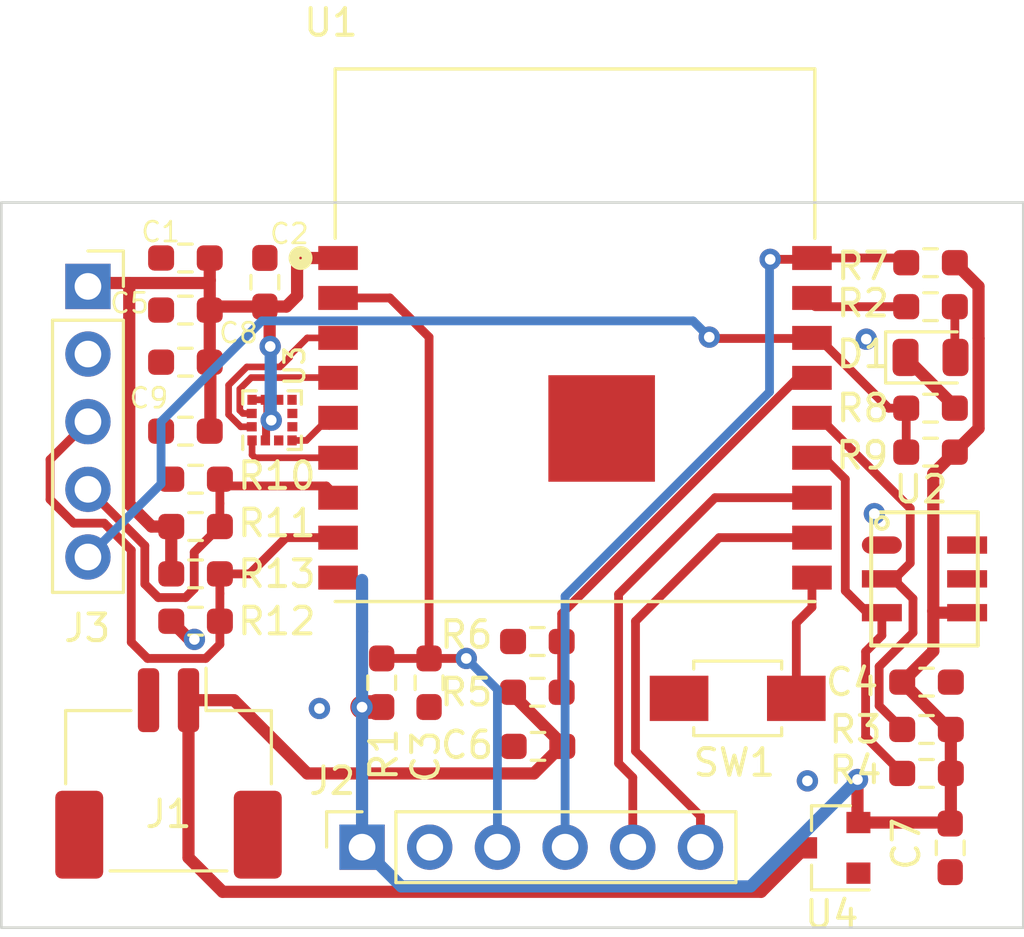
<source format=kicad_pcb>
(kicad_pcb (version 20210623) (generator pcbnew)
  (layers (0 "F.Cu" signal) (31 "B.Cu" signal) (34 "B.Paste" user) (35 "F.Paste" user) (36 "B.SilkS" user "B.Silkscreen") (37 "F.SilkS" user "F.Silkscreen") (38 "B.Mask" user) (39 "F.Mask" user) (44 "Edge.Cuts" user))
  (net 0 "")
  (net 1 "3.3V")
  (net 2 "GND")
  (net 3 "EN")
  (net 4 "Net-(D1-Pad2)")
  (net 5 "RXD")
  (net 6 "TXD")
  (net 7 "IO0")
  (net 8 "IO2")
  (net 9 "IO8")
  (net 10 "IO9")
  (net 11 "LED")
  (net 12 "SDA_AHT10")
  (net 13 "SCL_AHT10")
  (net 14 "ADC")
  (net 15 "INT")
  (net 16 "SDA")
  (net 17 "SCL")
  (net 18 "INT1")
  (net 19 "INT2")
  (net 21 "V_In")
  (footprint "Resistor_SMD:R_0603_1608Metric_Pad0.98x0.95mm_HandSolder" (layer "F.Cu") (at 75.692 90.424 180)
    (fp_text reference "R4" (at 2.667 0.127) (layer "F.SilkS"))
    (fp_text value "10k" hide)
    (fp_line (start -0.254724 0.5225) (end 0.254724 0.5225) (layer "F.SilkS") (width 0.12))
    (fp_line (start -0.254724 -0.5225) (end 0.254724 -0.5225) (layer "F.SilkS") (width 0.12))
    (pad "1" smd roundrect locked (at -0.9125 0 180) (size 0.975 0.95) (layers "F.Cu" "F.Paste" "F.Mask") (net 1 "3.3V"))
    (pad "2" smd roundrect locked (at 0.9125 0 180) (size 0.975 0.95) (layers "F.Cu" "F.Paste" "F.Mask") (net 13 "SCL_AHT10"))
  )
  (footprint "Package_TO_SOT_SMD:SOT-23" (layer "F.Cu") (at 72.136 93.218 180)
    (fp_text reference "U4" (at 0 -2.5 180) (layer "F.SilkS"))
    (fp_text value "HX6306")
    (fp_line (start 0.76 1.58) (end 0.76 0.65) (layer "F.SilkS") (width 0.12))
    (fp_line (start 0.76 -1.58) (end 0.76 -0.65) (layer "F.SilkS") (width 0.12))
    (fp_line (start 0.76 -1.58) (end -1.4 -1.58) (layer "F.SilkS") (width 0.12))
    (fp_line (start 0.76 1.58) (end -0.7 1.58) (layer "F.SilkS") (width 0.12))
    (pad "1" smd rect locked (at -1 -0.95 180) (size 0.9 0.8) (layers "F.Cu" "F.Paste" "F.Mask") (net 2 "GND"))
    (pad "2" smd rect locked (at -1 0.95 180) (size 0.9 0.8) (layers "F.Cu" "F.Paste" "F.Mask") (net 1 "3.3V"))
    (pad "3" smd rect locked (at 1 0 180) (size 0.9 0.8) (layers "F.Cu" "F.Paste" "F.Mask") (net 21 "V_In"))
  )
  (footprint "Resistor_SMD:R_0603_1608Metric_Pad0.98x0.95mm_HandSolder" (layer "F.Cu") (at 75.84249 72.898)
    (fp_text reference "R2" (at -2.54 -0.127) (layer "F.SilkS"))
    (fp_text value "10k" hide)
    (fp_line (start -0.254724 -0.5225) (end 0.254724 -0.5225) (layer "F.SilkS") (width 0.12))
    (fp_line (start -0.254724 0.5225) (end 0.254724 0.5225) (layer "F.SilkS") (width 0.12))
    (pad "1" smd roundrect locked (at -0.9125 0) (size 0.975 0.95) (layers "F.Cu" "F.Paste" "F.Mask") (net 11 "LED"))
    (pad "2" smd roundrect locked (at 0.9125 0) (size 0.975 0.95) (layers "F.Cu" "F.Paste" "F.Mask") (net 4 "Net-(D1-Pad2)"))
  )
  (footprint "Resistor_SMD:R_0603_1608Metric_Pad0.98x0.95mm_HandSolder" (layer "F.Cu") (at 48.26 84.709 180)
    (fp_text reference "R12" (at -3.048 0) (layer "F.SilkS"))
    (fp_text value "100k" hide)
    (fp_line (start -0.254724 0.5225) (end 0.254724 0.5225) (layer "F.SilkS") (width 0.12))
    (fp_line (start -0.254724 -0.5225) (end 0.254724 -0.5225) (layer "F.SilkS") (width 0.12))
    (pad "1" smd roundrect locked (at -0.9125 0 180) (size 0.975 0.95) (layers "F.Cu" "F.Paste" "F.Mask") (net 10 "IO9"))
    (pad "2" smd roundrect locked (at 0.9125 0 180) (size 0.975 0.95) (layers "F.Cu" "F.Paste" "F.Mask") (net 2 "GND"))
  )
  (footprint "Resistor_SMD:R_0603_1608Metric_Pad0.98x0.95mm_HandSolder" (layer "F.Cu") (at 47.879 73.025 180)
    (fp_text reference "C5" (at 2.099 0.262) (layer "F.SilkS") (effects (font (size 0.746 0.746) (thickness 0.0992))))
    (fp_text value "10uF" hide)
    (fp_line (start -0.254724 -0.5225) (end 0.254724 -0.5225) (layer "F.SilkS") (width 0.12))
    (fp_line (start -0.254724 0.5225) (end 0.254724 0.5225) (layer "F.SilkS") (width 0.12))
    (pad "1" smd roundrect locked (at -0.9125 0 180) (size 0.975 0.95) (layers "F.Cu" "F.Paste" "F.Mask") (net 1 "3.3V"))
    (pad "2" smd roundrect locked (at 0.9125 0 180) (size 0.975 0.95) (layers "F.Cu" "F.Paste" "F.Mask") (net 2 "GND"))
  )
  (footprint "Resistor_SMD:R_0603_1608Metric_Pad0.98x0.95mm_HandSolder" (layer "F.Cu") (at 55.245 87.0185 90)
    (fp_text reference "R1" (at -2.6943 0.0762 270) (layer "F.SilkS"))
    (fp_text value "12k" hide)
    (fp_line (start -0.254724 0.5225) (end 0.254724 0.5225) (layer "F.SilkS") (width 0.12))
    (fp_line (start -0.254724 -0.5225) (end 0.254724 -0.5225) (layer "F.SilkS") (width 0.12))
    (pad "1" smd roundrect locked (at -0.9125 0 90) (size 0.975 0.95) (layers "F.Cu" "F.Paste" "F.Mask") (net 1 "3.3V"))
    (pad "2" smd roundrect locked (at 0.9125 0 90) (size 0.975 0.95) (layers "F.Cu" "F.Paste" "F.Mask") (net 3 "EN"))
  )
  (footprint "Resistor_SMD:R_0603_1608Metric_Pad0.98x0.95mm_HandSolder" (layer "F.Cu") (at 75.842495 76.708)
    (fp_text reference "R8" (at -2.54 0) (layer "F.SilkS"))
    (fp_text value "100k" hide)
    (fp_line (start -0.254724 -0.5225) (end 0.254724 -0.5225) (layer "F.SilkS") (width 0.12))
    (fp_line (start -0.254724 0.5225) (end 0.254724 0.5225) (layer "F.SilkS") (width 0.12))
    (pad "1" smd roundrect locked (at -0.9125 0) (size 0.975 0.95) (layers "F.Cu" "F.Paste" "F.Mask") (net 8 "IO2"))
    (pad "2" smd roundrect locked (at 0.9125 0) (size 0.975 0.95) (layers "F.Cu" "F.Paste" "F.Mask") (net 2 "GND"))
  )
  (footprint "Resistor_SMD:R_0603_1608Metric_Pad0.98x0.95mm_HandSolder" (layer "F.Cu") (at 50.86 71.98 90)
    (fp_text reference "C2" (at 1.82 0.92 180) (layer "F.SilkS") (effects (font (size 0.746 0.746) (thickness 0.0992))))
    (fp_text value "0.1uF" hide)
    (fp_line (start -0.254724 -0.5225) (end 0.254724 -0.5225) (layer "F.SilkS") (width 0.12))
    (fp_line (start -0.254724 0.5225) (end 0.254724 0.5225) (layer "F.SilkS") (width 0.12))
    (pad "1" smd roundrect locked (at -0.9125 0 90) (size 0.975 0.95) (layers "F.Cu" "F.Paste" "F.Mask") (net 1 "3.3V"))
    (pad "2" smd roundrect locked (at 0.9125 0 90) (size 0.975 0.95) (layers "F.Cu" "F.Paste" "F.Mask") (net 2 "GND"))
  )
  (footprint "Resistor_SMD:R_0603_1608Metric_Pad0.98x0.95mm_HandSolder" (layer "F.Cu") (at 75.84249 71.247)
    (fp_text reference "R7" (at -2.54 0.127) (layer "F.SilkS"))
    (fp_text value "5.1k" hide)
    (fp_line (start -0.254724 -0.5225) (end 0.254724 -0.5225) (layer "F.SilkS") (width 0.12))
    (fp_line (start -0.254724 0.5225) (end 0.254724 0.5225) (layer "F.SilkS") (width 0.12))
    (pad "1" smd roundrect locked (at -0.9125 0) (size 0.975 0.95) (layers "F.Cu" "F.Paste" "F.Mask") (net 7 "IO0"))
    (pad "2" smd roundrect locked (at 0.9125 0) (size 0.975 0.95) (layers "F.Cu" "F.Paste" "F.Mask") (net 1 "3.3V"))
  )
  (footprint "LED_SMD:LED_0805_2012Metric" (layer "F.Cu") (at 75.84249 74.803)
    (fp_text reference "D1" (at -2.54 -0.127) (layer "F.SilkS"))
    (fp_text value "LED_RED" hide)
    (fp_line (start -1.685 -0.96) (end -1.685 0.96) (layer "F.SilkS") (width 0.12))
    (fp_line (start 1 -0.96) (end -1.685 -0.96) (layer "F.SilkS") (width 0.12))
    (fp_line (start -1.685 0.96) (end 1 0.96) (layer "F.SilkS") (width 0.12))
    (pad "1" smd roundrect locked (at -0.9375 0) (size 0.975 1.4) (layers "F.Cu" "F.Paste" "F.Mask") (net 2 "GND"))
    (pad "2" smd roundrect locked (at 0.9375 0) (size 0.975 1.4) (layers "F.Cu" "F.Paste" "F.Mask") (net 4 "Net-(D1-Pad2)"))
  )
  (footprint "Resistor_SMD:R_0603_1608Metric_Pad0.98x0.95mm_HandSolder" (layer "F.Cu") (at 75.692 86.995)
    (fp_text reference "C4" (at -2.794 0) (layer "F.SilkS"))
    (fp_text value "100nF" hide)
    (fp_line (start -0.254724 0.5225) (end 0.254724 0.5225) (layer "F.SilkS") (width 0.12))
    (fp_line (start -0.254724 -0.5225) (end 0.254724 -0.5225) (layer "F.SilkS") (width 0.12))
    (pad "1" smd roundrect locked (at -0.9125 0) (size 0.975 0.95) (layers "F.Cu" "F.Paste" "F.Mask") (net 1 "3.3V"))
    (pad "2" smd roundrect locked (at 0.9125 0) (size 0.975 0.95) (layers "F.Cu" "F.Paste" "F.Mask") (net 2 "GND"))
  )
  (footprint "Resistor_SMD:R_0603_1608Metric_Pad0.98x0.95mm_HandSolder" (layer "F.Cu") (at 47.879 71.069987 180)
    (fp_text reference "C1" (at 0.929 0.979987) (layer "F.SilkS") (effects (font (size 0.746 0.746) (thickness 0.0992))))
    (fp_text value "10uF" hide)
    (fp_line (start -0.254724 -0.5225) (end 0.254724 -0.5225) (layer "F.SilkS") (width 0.12))
    (fp_line (start -0.254724 0.5225) (end 0.254724 0.5225) (layer "F.SilkS") (width 0.12))
    (pad "1" smd roundrect locked (at -0.9125 0 180) (size 0.975 0.95) (layers "F.Cu" "F.Paste" "F.Mask") (net 1 "3.3V"))
    (pad "2" smd roundrect locked (at 0.9125 0 180) (size 0.975 0.95) (layers "F.Cu" "F.Paste" "F.Mask") (net 2 "GND"))
  )
  (footprint "Resistor_SMD:R_0603_1608Metric_Pad0.98x0.95mm_HandSolder" (layer "F.Cu") (at 48.26 81.153 180)
    (fp_text reference "R11" (at -3.048 0.127) (layer "F.SilkS"))
    (fp_text value "100k" hide)
    (fp_line (start -0.254724 -0.5225) (end 0.254724 -0.5225) (layer "F.SilkS") (width 0.12))
    (fp_line (start -0.254724 0.5225) (end 0.254724 0.5225) (layer "F.SilkS") (width 0.12))
    (pad "1" smd roundrect locked (at -0.9125 0 180) (size 0.975 0.95) (layers "F.Cu" "F.Paste" "F.Mask") (net 9 "IO8"))
    (pad "2" smd roundrect locked (at 0.9125 0 180) (size 0.975 0.95) (layers "F.Cu" "F.Paste" "F.Mask") (net 1 "3.3V"))
  )
  (footprint "Resistor_SMD:R_0603_1608Metric_Pad0.98x0.95mm_HandSolder" (layer "F.Cu") (at 75.692 88.773 180)
    (fp_text reference "R3" (at 2.667 0) (layer "F.SilkS"))
    (fp_text value "10k" hide)
    (fp_line (start -0.254724 0.5225) (end 0.254724 0.5225) (layer "F.SilkS") (width 0.12))
    (fp_line (start -0.254724 -0.5225) (end 0.254724 -0.5225) (layer "F.SilkS") (width 0.12))
    (pad "1" smd roundrect locked (at -0.9125 0 180) (size 0.975 0.95) (layers "F.Cu" "F.Paste" "F.Mask") (net 1 "3.3V"))
    (pad "2" smd roundrect locked (at 0.9125 0 180) (size 0.975 0.95) (layers "F.Cu" "F.Paste" "F.Mask") (net 12 "SDA_AHT10"))
  )
  (footprint "Resistor_SMD:R_0603_1608Metric_Pad0.98x0.95mm_HandSolder" (layer "F.Cu") (at 61.087 87.376)
    (fp_text reference "R5" (at -2.667 0) (layer "F.SilkS"))
    (fp_text value "100k" hide)
    (fp_line (start -0.254724 -0.5225) (end 0.254724 -0.5225) (layer "F.SilkS") (width 0.12))
    (fp_line (start -0.254724 0.5225) (end 0.254724 0.5225) (layer "F.SilkS") (width 0.12))
    (pad "1" smd roundrect locked (at -0.9125 0) (size 0.975 0.95) (layers "F.Cu" "F.Paste" "F.Mask") (net 21 "V_In"))
    (pad "2" smd roundrect locked (at 0.9125 0) (size 0.975 0.95) (layers "F.Cu" "F.Paste" "F.Mask") (net 14 "ADC"))
  )
  (footprint "Library:ESP32-C3-WROOM-02" (layer "F.Cu") (at 63.5 76.2)
    (fp_text reference "U1" (at -10.16 -13.97 unlocked) (layer "F.SilkS"))
    (fp_text value "ESP32-C3-WROOM-02" hide)
    (fp_line (start 8 -12.23) (end 8 -5.87) (layer "F.SilkS") (width 0.127))
    (fp_line (start -10 7.77) (end 8 7.77) (layer "F.SilkS") (width 0.127))
    (fp_line (start -10 -12.23) (end -10 -5.87) (layer "F.SilkS") (width 0.127))
    (fp_line (start -10 -12.23) (end 8 -12.23) (layer "F.SilkS") (width 0.127))
    (fp_circle (center -11.3 -5.13) (end -11.25 -5.13) (layer "F.SilkS") (width 0.4) (fill none))
    (pad "1" smd rect (at -9.8925 -5.13) (size 1.485 0.9) (layers "F.Cu" "F.Mask") (net 1 "3.3V"))
    (pad "2" smd rect (at -9.8925 -3.63) (size 1.485 0.9) (layers "F.Cu" "F.Mask") (net 3 "EN"))
    (pad "3" smd rect (at -9.8925 -2.13) (size 1.485 0.9) (layers "F.Cu" "F.Mask") (net 18 "INT1"))
    (pad "4" smd rect (at -9.8925 -0.63) (size 1.485 0.9) (layers "F.Cu" "F.Mask") (net 19 "INT2"))
    (pad "5" smd rect (at -9.8925 0.87) (size 1.485 0.9) (layers "F.Cu" "F.Mask") (net 16 "SDA"))
    (pad "6" smd rect (at -9.8925 2.37) (size 1.485 0.9) (layers "F.Cu" "F.Mask") (net 17 "SCL"))
    (pad "7" smd rect (at -9.8925 3.87) (size 1.485 0.9) (layers "F.Cu" "F.Mask") (net 9 "IO8"))
    (pad "8" smd rect (at -9.8925 5.37) (size 1.485 0.9) (layers "F.Cu" "F.Mask") (net 10 "IO9"))
    (pad "9" smd rect (at -9.8925 6.87) (size 1.485 0.9) (layers "F.Cu" "F.Mask") (net 2 "GND"))
    (pad "10" smd rect (at 7.8925 6.87) (size 1.485 0.9) (layers "F.Cu" "F.Mask") (net 15 "INT"))
    (pad "11" smd rect (at 7.8925 5.37) (size 1.485 0.9) (layers "F.Cu" "F.Mask") (net 5 "RXD"))
    (pad "12" smd rect (at 7.8925 3.87) (size 1.485 0.9) (layers "F.Cu" "F.Mask") (net 6 "TXD"))
    (pad "13" smd rect (at 7.8925 2.37) (size 1.485 0.9) (layers "F.Cu" "F.Mask") (net 13 "SCL_AHT10"))
    (pad "14" smd rect (at 7.8925 0.87) (size 1.485 0.9) (layers "F.Cu" "F.Mask") (net 12 "SDA_AHT10"))
    (pad "15" smd rect (at 7.8925 -0.63) (size 1.485 0.9) (layers "F.Cu" "F.Mask") (net 14 "ADC"))
    (pad "16" smd rect (at 7.8925 -2.13) (size 1.485 0.9) (layers "F.Cu" "F.Mask") (net 8 "IO2"))
    (pad "17" smd rect (at 7.8925 -3.63) (size 1.485 0.9) (layers "F.Cu" "F.Mask") (net 11 "LED"))
    (pad "18" smd rect (at 7.8925 -5.13) (size 1.485 0.9) (layers "F.Cu" "F.Mask") (net 7 "IO0"))
    (pad "19" smd rect (at 0 1.27) (size 4 4) (layers "F.Cu" "F.Mask") (net 2 "GND"))
  )
  (footprint "Package_LGA:LGA-12_2x2mm_P0.5mm" (layer "F.Cu") (at 51.129997 77.156996 90)
    (fp_text reference "U3" (at 2.03 0.85 90) (layer "F.SilkS") (effects (font (size 0.746 0.746) (thickness 0.1246))))
    (fp_text value "LIS2DH")
    (fp_line (start -1.1 1.1) (end -1.1 0.6) (layer "F.SilkS") (width 0.12))
    (fp_line (start 1.1 -0.6) (end 1.1 -0.6) (layer "F.SilkS") (width 0.12))
    (fp_line (start 1.1 1.1) (end 0.6 1.1) (layer "F.SilkS") (width 0.12))
    (fp_line (start -1.1 -1.1) (end -1.1 -1.1) (layer "F.SilkS") (width 0.12))
    (fp_line (start 1.1 0.6) (end 1.1 1.1) (layer "F.SilkS") (width 0.12))
    (fp_line (start 1.1 -1.1) (end 1.1 -0.6) (layer "F.SilkS") (width 0.12))
    (fp_line (start -0.6 -1.1) (end -1.1 -1.1) (layer "F.SilkS") (width 0.12))
    (fp_line (start 0.6 -1.1) (end 1.1 -1.1) (layer "F.SilkS") (width 0.12))
    (fp_line (start -1.1 0.6) (end -1.1 0.6) (layer "F.SilkS") (width 0.12))
    (fp_line (start 0.6 1.1) (end 0.6 1.1) (layer "F.SilkS") (width 0.12))
    (fp_line (start -0.6 1.1) (end -1.1 1.1) (layer "F.SilkS") (width 0.12))
    (pad "1" smd rect locked (at -0.7625 -0.75 90) (size 0.375 0.35) (layers "F.Cu" "F.Paste" "F.Mask") (net 17 "SCL"))
    (pad "2" smd rect locked (at -0.7625 -0.25 90) (size 0.375 0.35) (layers "F.Cu" "F.Paste" "F.Mask") (net 1 "3.3V"))
    (pad "3" smd rect locked (at -0.7625 0.25 90) (size 0.375 0.35) (layers "F.Cu" "F.Paste" "F.Mask") (net 2 "GND"))
    (pad "4" smd rect locked (at -0.7625 0.75 90) (size 0.375 0.35) (layers "F.Cu" "F.Paste" "F.Mask") (net 16 "SDA"))
    (pad "5" smd rect locked (at -0.25 0.7625 180) (size 0.375 0.35) (layers "F.Cu" "F.Paste" "F.Mask") (net 2 "GND"))
    (pad "6" smd rect locked (at 0.25 0.7625 180) (size 0.375 0.35) (layers "F.Cu" "F.Paste" "F.Mask") (net 2 "GND"))
    (pad "7" smd rect locked (at 0.7625 0.75 90) (size 0.375 0.35) (layers "F.Cu" "F.Paste" "F.Mask") (net 2 "GND"))
    (pad "8" smd rect locked (at 0.7625 0.25 90) (size 0.375 0.35) (layers "F.Cu" "F.Paste" "F.Mask") (net 2 "GND"))
    (pad "9" smd rect locked (at 0.7625 -0.25 90) (size 0.375 0.35) (layers "F.Cu" "F.Paste" "F.Mask") (net 1 "3.3V"))
    (pad "10" smd rect locked (at 0.7625 -0.75 90) (size 0.375 0.35) (layers "F.Cu" "F.Paste" "F.Mask") (net 1 "3.3V"))
    (pad "11" smd rect locked (at 0.25 -0.7625 180) (size 0.375 0.35) (layers "F.Cu" "F.Paste" "F.Mask") (net 19 "INT2"))
    (pad "12" smd rect locked (at -0.25 -0.7625 180) (size 0.375 0.35) (layers "F.Cu" "F.Paste" "F.Mask") (net 18 "INT1"))
  )
  (footprint "Resistor_SMD:R_0603_1608Metric_Pad0.98x0.95mm_HandSolder" (layer "F.Cu") (at 76.581 93.218 -90)
    (fp_text reference "C7" (at -0.1505 1.651 90) (layer "F.SilkS"))
    (fp_text value "1uF" hide)
    (fp_line (start -0.254724 -0.5225) (end 0.254724 -0.5225) (layer "F.SilkS") (width 0.12))
    (fp_line (start -0.254724 0.5225) (end 0.254724 0.5225) (layer "F.SilkS") (width 0.12))
    (pad "1" smd roundrect locked (at -0.9125 0 270) (size 0.975 0.95) (layers "F.Cu" "F.Paste" "F.Mask") (net 1 "3.3V"))
    (pad "2" smd roundrect locked (at 0.9125 0 270) (size 0.975 0.95) (layers "F.Cu" "F.Paste" "F.Mask") (net 2 "GND"))
  )
  (footprint "Resistor_SMD:R_0603_1608Metric_Pad0.98x0.95mm_HandSolder" (layer "F.Cu") (at 48.26 79.375 180)
    (fp_text reference "R10" (at -3.048 0.127) (layer "F.SilkS"))
    (fp_text value "100k" hide)
    (fp_line (start -0.254724 -0.5225) (end 0.254724 -0.5225) (layer "F.SilkS") (width 0.12))
    (fp_line (start -0.254724 0.5225) (end 0.254724 0.5225) (layer "F.SilkS") (width 0.12))
    (pad "1" smd roundrect locked (at -0.9125 0 180) (size 0.975 0.95) (layers "F.Cu" "F.Paste" "F.Mask") (net 9 "IO8"))
    (pad "2" smd roundrect locked (at 0.9125 0 180) (size 0.975 0.95) (layers "F.Cu" "F.Paste" "F.Mask") (net 2 "GND"))
  )
  (footprint "Resistor_SMD:R_0603_1608Metric_Pad0.98x0.95mm_HandSolder" (layer "F.Cu") (at 47.879 74.9808 180)
    (fp_text reference "C8" (at -1.991 1.0948) (layer "F.SilkS") (effects (font (size 0.746 0.746) (thickness 0.0992))))
    (fp_text value "0.1uF" hide)
    (fp_line (start -0.254724 -0.5225) (end 0.254724 -0.5225) (layer "F.SilkS") (width 0.12))
    (fp_line (start -0.254724 0.5225) (end 0.254724 0.5225) (layer "F.SilkS") (width 0.12))
    (pad "1" smd roundrect locked (at -0.9125 0 180) (size 0.975 0.95) (layers "F.Cu" "F.Paste" "F.Mask") (net 1 "3.3V"))
    (pad "2" smd roundrect locked (at 0.9125 0 180) (size 0.975 0.95) (layers "F.Cu" "F.Paste" "F.Mask") (net 2 "GND"))
  )
  (footprint "Resistor_SMD:R_0603_1608Metric_Pad0.98x0.95mm_HandSolder" (layer "F.Cu") (at 75.842495 78.359)
    (fp_text reference "R9" (at -2.5635 0.127) (layer "F.SilkS"))
    (fp_text value "100k" hide)
    (fp_line (start -0.254724 -0.5225) (end 0.254724 -0.5225) (layer "F.SilkS") (width 0.12))
    (fp_line (start -0.254724 0.5225) (end 0.254724 0.5225) (layer "F.SilkS") (width 0.12))
    (pad "1" smd roundrect locked (at -0.9125 0) (size 0.975 0.95) (layers "F.Cu" "F.Paste" "F.Mask") (net 8 "IO2"))
    (pad "2" smd roundrect locked (at 0.9125 0) (size 0.975 0.95) (layers "F.Cu" "F.Paste" "F.Mask") (net 1 "3.3V"))
  )
  (footprint "Resistor_SMD:R_0603_1608Metric_Pad0.98x0.95mm_HandSolder" (layer "F.Cu") (at 61.1105 89.408 180)
    (fp_text reference "C6" (at 2.6651 0.0508) (layer "F.SilkS"))
    (fp_text value "1uF" hide)
    (fp_line (start -0.254724 -0.5225) (end 0.254724 -0.5225) (layer "F.SilkS") (width 0.12))
    (fp_line (start -0.254724 0.5225) (end 0.254724 0.5225) (layer "F.SilkS") (width 0.12))
    (pad "1" smd roundrect locked (at -0.9125 0 180) (size 0.975 0.95) (layers "F.Cu" "F.Paste" "F.Mask") (net 21 "V_In"))
    (pad "2" smd roundrect locked (at 0.9125 0 180) (size 0.975 0.95) (layers "F.Cu" "F.Paste" "F.Mask") (net 2 "GND"))
  )
  (footprint "Connector_PinSocket_2.54mm:PinSocket_1x05_P2.54mm_Vertical" (layer "F.Cu") (at 44.221 72.136)
    (fp_text reference "J3" (at -0.025 12.827) (layer "F.SilkS"))
    (fp_text value "Conn_01x05" hide)
    (fp_line (start -1.33 1.27) (end 1.33 1.27) (layer "F.SilkS") (width 0.12))
    (fp_line (start 1.33 -1.33) (end 1.33 0) (layer "F.SilkS") (width 0.12))
    (fp_line (start 1.33 1.27) (end 1.33 11.49) (layer "F.SilkS") (width 0.12))
    (fp_line (start -1.33 1.27) (end -1.33 11.49) (layer "F.SilkS") (width 0.12))
    (fp_line (start 0 -1.33) (end 1.33 -1.33) (layer "F.SilkS") (width 0.12))
    (fp_line (start -1.33 11.49) (end 1.33 11.49) (layer "F.SilkS") (width 0.12))
    (pad "1" thru_hole rect locked (at 0 0) (size 1.7 1.7) (drill 1) (layers *.Cu *.Mask) (net 1 "3.3V"))
    (pad "2" thru_hole oval locked (at 0 2.54) (size 1.7 1.7) (drill 1) (layers *.Cu *.Mask) (net 2 "GND"))
    (pad "3" thru_hole oval locked (at 0 5.08) (size 1.7 1.7) (drill 1) (layers *.Cu *.Mask) (net 10 "IO9"))
    (pad "4" thru_hole oval locked (at 0 7.62) (size 1.7 1.7) (drill 1) (layers *.Cu *.Mask) (net 9 "IO8"))
    (pad "5" thru_hole oval locked (at 0 10.16) (size 1.7 1.7) (drill 1) (layers *.Cu *.Mask) (net 8 "IO2"))
  )
  (footprint "Resistor_SMD:R_0603_1608Metric_Pad0.98x0.95mm_HandSolder" (layer "F.Cu") (at 57.023 87.0185 -90)
    (fp_text reference "C3" (at 2.7705 0.127 90) (layer "F.SilkS"))
    (fp_text value "10uF" hide)
    (fp_line (start -0.254724 0.5225) (end 0.254724 0.5225) (layer "F.SilkS") (width 0.12))
    (fp_line (start -0.254724 -0.5225) (end 0.254724 -0.5225) (layer "F.SilkS") (width 0.12))
    (pad "1" smd roundrect locked (at -0.9125 0 270) (size 0.975 0.95) (layers "F.Cu" "F.Paste" "F.Mask") (net 3 "EN"))
    (pad "2" smd roundrect locked (at 0.9125 0 270) (size 0.975 0.95) (layers "F.Cu" "F.Paste" "F.Mask") (net 2 "GND"))
  )
  (footprint "Resistor_SMD:R_0603_1608Metric_Pad0.98x0.95mm_HandSolder" (layer "F.Cu") (at 61.087 85.471 180)
    (fp_text reference "R6" (at 2.667 0.254) (layer "F.SilkS"))
    (fp_text value "200k" hide)
    (fp_line (start -0.254724 -0.5225) (end 0.254724 -0.5225) (layer "F.SilkS") (width 0.12))
    (fp_line (start -0.254724 0.5225) (end 0.254724 0.5225) (layer "F.SilkS") (width 0.12))
    (pad "1" smd roundrect locked (at -0.9125 0 180) (size 0.975 0.95) (layers "F.Cu" "F.Paste" "F.Mask") (net 14 "ADC"))
    (pad "2" smd roundrect locked (at 0.9125 0 180) (size 0.975 0.95) (layers "F.Cu" "F.Paste" "F.Mask") (net 2 "GND"))
  )
  (footprint "Connector_PinSocket_2.54mm:PinSocket_1x06_P2.54mm_Vertical" (layer "F.Cu") (at 54.508 93.193 90)
    (fp_text reference "J2" (at 2.4896 -1.1172 180) (layer "F.SilkS"))
    (fp_text value "Conn_01x06" hide)
    (fp_line (start 1.33 -1.33) (end 1.33 0) (layer "F.SilkS") (width 0.12))
    (fp_line (start 1.33 1.27) (end 1.33 14.03) (layer "F.SilkS") (width 0.12))
    (fp_line (start 0 -1.33) (end 1.33 -1.33) (layer "F.SilkS") (width 0.12))
    (fp_line (start -1.33 1.27) (end -1.33 14.03) (layer "F.SilkS") (width 0.12))
    (fp_line (start -1.33 14.03) (end 1.33 14.03) (layer "F.SilkS") (width 0.12))
    (fp_line (start -1.33 1.27) (end 1.33 1.27) (layer "F.SilkS") (width 0.12))
    (pad "1" thru_hole rect locked (at 0 0 90) (size 1.7 1.7) (drill 1) (layers *.Cu *.Mask) (net 1 "3.3V"))
    (pad "2" thru_hole oval locked (at 0 2.54 90) (size 1.7 1.7) (drill 1) (layers *.Cu *.Mask) (net 2 "GND"))
    (pad "3" thru_hole oval locked (at 0 5.08 90) (size 1.7 1.7) (drill 1) (layers *.Cu *.Mask) (net 3 "EN"))
    (pad "4" thru_hole oval locked (at 0 7.62 90) (size 1.7 1.7) (drill 1) (layers *.Cu *.Mask) (net 7 "IO0"))
    (pad "5" thru_hole oval locked (at 0 10.16 90) (size 1.7 1.7) (drill 1) (layers *.Cu *.Mask) (net 6 "TXD"))
    (pad "6" thru_hole oval locked (at 0 12.7 90) (size 1.7 1.7) (drill 1) (layers *.Cu *.Mask) (net 5 "RXD"))
  )
  (footprint "Resistor_SMD:R_0603_1608Metric_Pad0.98x0.95mm_HandSolder" (layer "F.Cu") (at 47.879 77.5716 180)
    (fp_text reference "C9" (at 1.372495 1.2416) (layer "F.SilkS") (effects (font (size 0.746 0.746) (thickness 0.0992))))
    (fp_text value "0.1uF" hide)
    (fp_line (start -0.254724 0.5225) (end 0.254724 0.5225) (layer "F.SilkS") (width 0.12))
    (fp_line (start -0.254724 -0.5225) (end 0.254724 -0.5225) (layer "F.SilkS") (width 0.12))
    (pad "1" smd roundrect locked (at -0.9125 0 180) (size 0.975 0.95) (layers "F.Cu" "F.Paste" "F.Mask") (net 1 "3.3V"))
    (pad "2" smd roundrect locked (at 0.9125 0 180) (size 0.975 0.95) (layers "F.Cu" "F.Paste" "F.Mask") (net 2 "GND"))
  )
  (footprint "Connector_JST:JST_ZE_BM02B-ZESS-TBT_1x02-1MP_P1.50mm_Vertical" (layer "F.Cu") (at 47.244 90.424 180)
    (fp_text reference "J1" (at 0 -1.524) (layer "F.SilkS"))
    (fp_text value "A1501WR-S-2P" hide)
    (fp_line (start -2.19 -3.66) (end 2.19 -3.66) (layer "F.SilkS") (width 0.12))
    (fp_line (start -3.86 2.36) (end -1.41 2.36) (layer "F.SilkS") (width 0.12))
    (fp_line (start -1.41 2.36) (end -1.41 3.95) (layer "F.SilkS") (width 0.12))
    (fp_line (start 3.86 2.36) (end 1.41 2.36) (layer "F.SilkS") (width 0.12))
    (fp_line (start -3.86 -0.39) (end -3.86 2.36) (layer "F.SilkS") (width 0.12))
    (fp_line (start 3.86 -0.39) (end 3.86 2.36) (layer "F.SilkS") (width 0.12))
    (pad "1" smd roundrect locked (at -0.75 2.75 180) (size 0.8 2.4) (layers "F.Cu" "F.Paste" "F.Mask") (net 21 "V_In"))
    (pad "2" smd roundrect locked (at 0.75 2.75 180) (size 0.8 2.4) (layers "F.Cu" "F.Paste" "F.Mask") (net 2 "GND"))
    (pad "MP" smd roundrect locked (at -3.35 -2.3 180) (size 1.8 3.3) (layers "F.Cu" "F.Paste" "F.Mask") (roundrect_rratio 0.138889))
    (pad "MP" smd roundrect locked (at 3.35 -2.3 180) (size 1.8 3.3) (layers "F.Cu" "F.Paste" "F.Mask") (roundrect_rratio 0.138889))
  )
  (footprint "Resistor_SMD:R_0603_1608Metric_Pad0.98x0.95mm_HandSolder" (layer "F.Cu") (at 48.26 82.931 180)
    (fp_text reference "R13" (at -3.048 0) (layer "F.SilkS"))
    (fp_text value "100k" hide)
    (fp_line (start -0.254724 0.5225) (end 0.254724 0.5225) (layer "F.SilkS") (width 0.12))
    (fp_line (start -0.254724 -0.5225) (end 0.254724 -0.5225) (layer "F.SilkS") (width 0.12))
    (pad "1" smd roundrect locked (at -0.9125 0 180) (size 0.975 0.95) (layers "F.Cu" "F.Paste" "F.Mask") (net 10 "IO9"))
    (pad "2" smd roundrect locked (at 0.9125 0 180) (size 0.975 0.95) (layers "F.Cu" "F.Paste" "F.Mask") (net 1 "3.3V"))
  )
  (footprint "Library:AHT10" (layer "F.Cu") (at 75.946 83.058)
    (fp_text reference "U2" (at -0.46101 -3.302 unlocked) (layer "F.SilkS"))
    (fp_text value "AHT10" hide)
    (fp_line (start -2.33 2.56) (end -2.33 -2.44) (layer "F.SilkS") (width 0.15))
    (fp_line (start -2.33 -2.44) (end 1.67 -2.44) (layer "F.SilkS") (width 0.15))
    (fp_line (start 1.67 -2.44) (end 1.67 2.56) (layer "F.SilkS") (width 0.15))
    (fp_line (start 1.67 2.56) (end -2.33 2.56) (layer "F.SilkS") (width 0.15))
    (fp_circle (center -1.93 -2.04) (end -1.73 -1.94) (layer "F.SilkS") (width 0.15) (fill none))
    (pad "1" smd oval (at -1.93 -1.21) (size 1.5 0.65) (layers "F.Cu" "F.Paste" "F.Mask") (net 2 "GND"))
    (pad "2" smd rect (at -1.93 0.06) (size 1.5 0.65) (layers "F.Cu" "F.Paste" "F.Mask") (net 12 "SDA_AHT10"))
    (pad "3" smd rect (at -1.93 1.33) (size 1.5 0.65) (layers "F.Cu" "F.Paste" "F.Mask") (net 13 "SCL_AHT10"))
    (pad "4" smd rect (at 1.27 1.33) (size 1.5 0.65) (layers "F.Cu" "F.Paste" "F.Mask") (net 1 "3.3V"))
    (pad "5" smd rect (at 1.27 0.06) (size 1.5 0.65) (layers "F.Cu" "F.Paste" "F.Mask") (net 2 "GND"))
    (pad "6" smd rect (at 1.27 -1.21) (size 1.5 0.65) (layers "F.Cu" "F.Paste" "F.Mask"))
  )
  (footprint "Library:SW-SMD_2PIN-L4.05-W3.00-L" (layer "F.Cu") (at 68.6054 87.6046)
    (fp_text reference "SW1" (at -0.127 2.413) (layer "F.SilkS"))
    (fp_text value "wake up" hide)
    (fp_line (start 1.65 1.4) (end 1.65 1.1) (layer "F.SilkS") (width 0.12))
    (fp_line (start -1.65 -1.1) (end -1.65 -1.4) (layer "F.SilkS") (width 0.12))
    (fp_line (start -1.65 1.4) (end 1.65 1.4) (layer "F.SilkS") (width 0.12))
    (fp_line (start -1.65 1.1) (end -1.65 1.4) (layer "F.SilkS") (width 0.12))
    (fp_line (start -1.65 -1.4) (end 1.65 -1.4) (layer "F.SilkS") (width 0.12))
    (fp_line (start 1.65 -1.4) (end 1.65 -1.1) (layer "F.SilkS") (width 0.12))
    (pad "1" smd rect (at -2.2 0) (size 2.2 1.7) (layers "F.Cu" "F.Paste" "F.Mask") (net 2 "GND"))
    (pad "2" smd rect (at 2.2 0) (size 2.2 1.7) (layers "F.Cu" "F.Paste" "F.Mask" "Dwgs.User") (net 15 "INT"))
  )
  (gr_rect (start 40.9702 68.9864) (end 79.3242 96.2152) (layer "Edge.Cuts") (width 0.1) (fill none))
  (segment (start 76.604495 88.773) (end 76.604495 90.424) (width 0.4572) (layer "F.Cu") (net 1))
  (segment (start 74.779505 86.82449) (end 74.77951 86.82449) (width 0.4572) (layer "F.Cu") (net 1))
  (segment (start 75.946 85.8285) (end 74.7795 86.995) (width 0.4572) (layer "F.Cu") (net 1))
  (segment (start 76.6045 92.282) (end 76.581 92.3055) (width 0.25) (layer "F.Cu") (net 1))
  (segment (start 76.557505 88.773) (end 74.779505 86.995) (width 0.4572) (layer "F.Cu") (net 1))
  (segment (start 53.32001 71.069987) (end 53.050013 71.069987) (width 0.4572) (layer "F.Cu") (net 1))
  (segment (start 50.879997 77.381289) (end 50.879997 77.919496) (width 0.25) (layer "F.Cu") (net 1))
  (segment (start 55.245 87.93099) (end 54.51221 87.93099) (width 0.889) (layer "F.Cu") (net 1))
  (segment (start 77.216 84.388) (end 76.006 84.388) (width 0.4572) (layer "F.Cu") (net 1))
  (segment (start 51.04 74.37) (end 51.04 73.0725) (width 0.4572) (layer "F.Cu") (net 1))
  (segment (start 76.6045 88.773) (end 76.5575 88.773) (width 0.25) (layer "F.Cu") (net 1))
  (segment (start 47.347505 82.931) (end 47.347505 81.153) (width 0.4572) (layer "F.Cu") (net 1))
  (segment (start 77.64399 72.136) (end 77.64399 74.08718) (width 0.4572) (layer "F.Cu") (net 1))
  (segment (start 52.07 72.49) (end 52.07 71.419999) (width 0.4572) (layer "F.Cu") (net 1))
  (segment (start 51.667512 72.892488) (end 52.07 72.49) (width 0.4572) (layer "F.Cu") (net 1))
  (segment (start 77.645868 77.468127) (end 76.754995 78.359) (width 0.4572) (layer "F.Cu") (net 1))
  (segment (start 74.7795 86.995) (end 74.7795 86.8245) (width 0.25) (layer "F.Cu") (net 1))
  (segment (start 73.135998 92.267989) (end 76.54351 92.267989) (width 0.4572) (layer "F.Cu") (net 1))
  (segment (start 73.1012 90.6526) (end 73.1012 92.2332) (width 0.4572) (layer "F.Cu") (net 1))
  (segment (start 75.946 79.16799) (end 75.946 84.328) (width 0.4572) (layer "F.Cu") (net 1))
  (segment (start 48.688 72.009) (end 44.347994 72.009) (width 0.4572) (layer "F.Cu") (net 1))
  (segment (start 45.7708 72.0344) (end 45.7454 72.009) (width 0.4572) (layer "F.Cu") (net 1))
  (segment (start 51.100131 77.161155) (end 50.93027 76.991294) (width 0.25) (layer "F.Cu") (net 1))
  (segment (start 75.946 84.328) (end 75.946 85.8285) (width 0.4572) (layer "F.Cu") (net 1))
  (segment (start 54.5122 87.931) (end 54.507994 87.935206) (width 0.25) (layer "F.Cu") (net 1))
  (segment (start 50.93027 77.331016) (end 50.93027 77.73) (width 0.25) (layer "F.Cu") (net 1))
  (segment (start 45.7708 80.3148) (end 45.7708 72.0344) (width 0.4572) (layer "F.Cu") (net 1))
  (segment (start 50.86 72.8925) (end 50.859995 72.892495) (width 0.4572) (layer "F.Cu") (net 1))
  (segment (start 50.86 72.8925) (end 49.177995 72.8925) (width 0.4572) (layer "F.Cu") (net 1))
  (segment (start 46.609 81.153) (end 45.7708 80.3148) (width 0.4572) (layer "F.Cu") (net 1))
  (segment (start 52.420012 71.069987) (end 53.607487 71.069987) (width 0.4572) (layer "F.Cu") (net 1))
  (segment (start 50.379997 76.394496) (end 50.879997 76.394496) (width 0.25) (layer "F.Cu") (net 1))
  (segment (start 76.5435 92.268) (end 76.581 92.3055) (width 0.25) (layer "F.Cu") (net 1))
  (segment (start 51.100131 77.161155) (end 50.879997 77.381289) (width 0.25) (layer "F.Cu") (net 1))
  (segment (start 48.791495 73.152) (end 48.791495 75.2348) (width 0.4572) (layer "F.Cu") (net 1))
  (segment (start 77.216 84.388) (end 77.216 84.387995) (width 0.4572) (layer "F.Cu") (net 1))
  (segment (start 48.814995 75.258295) (end 48.7915 75.2348) (width 0.25) (layer "F.Cu") (net 1))
  (segment (start 50.93027 77.73) (end 50.93027 77.76) (width 0.25) (layer "F.Cu") (net 1))
  (segment (start 51.06 74.39) (end 51.04 74.37) (width 0.4572) (layer "F.Cu") (net 1))
  (segment (start 50.859995 72.892495) (end 50.859995 72.892488) (width 0.4572) (layer "F.Cu") (net 1))
  (segment (start 74.7795 86.995) (end 74.7795 86.9677) (width 0.25) (layer "F.Cu") (net 1))
  (segment (start 52.07 71.419999) (end 52.420012 71.069987) (width 0.4572) (layer "F.Cu") (net 1))
  (segment (start 76.75499 78.359) (end 75.946 79.16799) (width 0.4572) (layer "F.Cu") (net 1))
  (segment (start 49.177995 72.8925) (end 49.172495 72.898) (width 0.4572) (layer "F.Cu") (net 1))
  (segment (start 48.81499 77.3176) (end 48.81499 75.258295) (width 0.4572) (layer "F.Cu") (net 1))
  (segment (start 48.7915 71.069987) (end 48.7915 71.9055) (width 0.4572) (layer "F.Cu") (net 1))
  (segment (start 77.64399 74.08718) (end 77.645868 74.089058) (width 0.4572) (layer "F.Cu") (net 1))
  (segment (start 48.7915 71.9055) (end 48.688 72.009) (width 0.4572) (layer "F.Cu") (net 1))
  (segment (start 50.859995 72.892488) (end 51.667512 72.892488) (width 0.4572) (layer "F.Cu") (net 1))
  (segment (start 47.347505 81.153) (end 46.609 81.153) (width 0.4572) (layer "F.Cu") (net 1))
  (segment (start 44.347994 72.009) (end 44.220994 72.136) (width 0.4572) (layer "F.Cu") (net 1))
  (segment (start 76.604495 90.424) (end 76.604495 92.28201) (width 0.4572) (layer "F.Cu") (net 1))
  (segment (start 48.791495 73.152) (end 48.791495 71.905495) (width 0.4572) (layer "F.Cu") (net 1))
  (segment (start 51.100131 77.161155) (end 50.93027 77.331016) (width 0.25) (layer "F.Cu") (net 1))
  (segment (start 77.645868 74.089058) (end 77.645868 77.468127) (width 0.4572) (layer "F.Cu") (net 1))
  (segment (start 76.006 84.388) (end 75.946 84.328) (width 0.4572) (layer "F.Cu") (net 1))
  (segment (start 50.93027 76.991294) (end 50.93027 76.65) (width 0.25) (layer "F.Cu") (net 1))
  (segment (start 76.75499 71.247) (end 77.64399 72.136) (width 0.4572) (layer "F.Cu") (net 1))
  (segment (start 73.1012 92.2332) (end 73.136 92.268) (width 0.4572) (layer "F.Cu") (net 1))
  (segment (start 51.04 73.0725) (end 50.86 72.8925) (width 0.4572) (layer "F.Cu") (net 1))
  (segment (start 50.93027 76.65) (end 50.93027 76.61) (width 0.25) (layer "F.Cu") (net 1))
  (via (at 51.06 74.39) (size 0.8) (drill 0.4) (layers "F.Cu" "B.Cu") (net 1))
  (via (at 73.1012 90.6526) (size 0.8) (drill 0.4) (layers "F.Cu" "B.Cu") (net 1))
  (via (at 51.100131 77.161155) (size 0.8) (drill 0.4) (layers "F.Cu" "B.Cu") (net 1))
  (via (at 54.507994 87.935206) (size 0.8) (drill 0.4) (layers "F.Cu" "B.Cu") (net 1))
  (segment (start 73.1012 90.6526) (end 69.088 94.6658) (width 0.4572) (layer "B.Cu") (net 1))
  (segment (start 51.08 77.141024) (end 51.100131 77.161155) (width 0.4572) (layer "B.Cu") (net 1))
  (segment (start 55.9808 94.6658) (end 54.508 93.193) (width 0.4572) (layer "B.Cu") (net 1))
  (segment (start 54.507994 85.090406) (end 54.507994 87.935206) (width 0.4572) (layer "B.Cu") (net 1))
  (segment (start 54.507994 83.160006) (end 54.507994 85.090406) (width 0.4572) (layer "B.Cu") (net 1))
  (segment (start 51.06 74.39) (end 51.08 74.41) (width 0.4572) (layer "B.Cu") (net 1))
  (segment (start 51.08 74.41) (end 51.08 77.141024) (width 0.4572) (layer "B.Cu") (net 1))
  (segment (start 54.507994 87.935206) (end 54.507994 93.193006) (width 0.4572) (layer "B.Cu") (net 1))
  (segment (start 69.088 94.6658) (end 55.9808 94.6658) (width 0.4572) (layer "B.Cu") (net 1))
  (segment (start 48.029673 85.391193) (end 47.347505 84.709) (width 0.4572) (layer "F.Cu") (net 2))
  (segment (start 76.75499 76.653009) (end 74.904981 74.803) (width 0.4572) (layer "F.Cu") (net 2))
  (segment (start 48.215383 85.391184) (end 48.029684 85.391184) (width 0.25) (layer "F.Cu") (net 2))
  (segment (start 76.754995 76.708) (end 76.754995 76.653005) (width 0.25) (layer "F.Cu") (net 2))
  (via (at 52.9082 87.9856) (size 0.8) (drill 0.4) (layers "F.Cu" "B.Cu") (net 2))
  (via (at 71.2216 90.7034) (size 0.8) (drill 0.4) (layers "F.Cu" "B.Cu") (net 2))
  (via (at 73.7362 80.6704) (size 0.8) (drill 0.4) (layers "F.Cu" "B.Cu") (net 2))
  (via (at 73.4314 74.1172) (size 0.8) (drill 0.4) (layers "F.Cu" "B.Cu") (net 2))
  (via (at 48.215383 85.391184) (size 0.8) (drill 0.4) (layers "F.Cu" "B.Cu") (net 2))
  (segment (start 53.607487 72.57001) (end 55.55201 72.57001) (width 0.3302) (layer "F.Cu") (net 3))
  (segment (start 55.245 86.106) (end 57.023 86.106) (width 0.3302) (layer "F.Cu") (net 3))
  (segment (start 55.55201 72.57001) (end 57.023 74.041) (width 0.3302) (layer "F.Cu") (net 3))
  (segment (start 57.023 74.041) (end 57.023 86.106) (width 0.3302) (layer "F.Cu") (net 3))
  (segment (start 57.023 86.106) (end 58.42 86.106) (width 0.3302) (layer "F.Cu") (net 3))
  (via (at 58.42 86.106) (size 0.8) (drill 0.4) (layers "F.Cu" "B.Cu") (net 3))
  (segment (start 59.587994 87.273994) (end 58.42 86.106) (width 0.3302) (layer "B.Cu") (net 3))
  (segment (start 59.587994 93.193006) (end 59.587994 87.273994) (width 0.3302) (layer "B.Cu") (net 3))
  (segment (start 76.75499 74.778) (end 76.77999 74.803) (width 0.25) (layer "F.Cu") (net 4))
  (segment (start 76.75499 72.898) (end 76.75499 74.778006) (width 0.3302) (layer "F.Cu") (net 4))
  (segment (start 67.207994 92.023794) (end 64.77 89.5858) (width 0.3302) (layer "F.Cu") (net 5))
  (segment (start 64.77 89.5858) (end 64.77 84.709) (width 0.3302) (layer "F.Cu") (net 5))
  (segment (start 67.207994 93.193006) (end 67.207994 92.023794) (width 0.3302) (layer "F.Cu") (net 5))
  (segment (start 67.909008 81.569992) (end 71.392491 81.569992) (width 0.3302) (layer "F.Cu") (net 5))
  (segment (start 64.77 84.709) (end 67.909008 81.569992) (width 0.3302) (layer "F.Cu") (net 5))
  (segment (start 64.135 83.693) (end 67.758005 80.069995) (width 0.3302) (layer "F.Cu") (net 6))
  (segment (start 64.667994 90.575994) (end 64.135 90.043) (width 0.3302) (layer "F.Cu") (net 6))
  (segment (start 67.758005 80.069995) (end 71.392491 80.069995) (width 0.3302) (layer "F.Cu") (net 6))
  (segment (start 64.667994 93.193006) (end 64.667994 90.575994) (width 0.3302) (layer "F.Cu") (net 6))
  (segment (start 64.135 90.043) (end 64.135 83.693) (width 0.3302) (layer "F.Cu") (net 6))
  (segment (start 71.3425 71.12) (end 71.3925 71.07) (width 0.25) (layer "F.Cu") (net 7))
  (segment (start 69.8246 71.12) (end 71.342504 71.12) (width 0.3302) (layer "F.Cu") (net 7))
  (segment (start 71.185481 71.069987) (end 74.752987 71.069987) (width 0.3302) (layer "F.Cu") (net 7))
  (segment (start 74.75299 71.07) (end 74.92999 71.247) (width 0.25) (layer "F.Cu") (net 7))
  (segment (start 71.1 71.07) (end 71.3925 71.07) (width 0.25) (layer "F.Cu") (net 7))
  (via (at 69.8246 71.12) (size 0.8) (drill 0.4) (layers "F.Cu" "B.Cu") (net 7))
  (segment (start 62.127994 93.193006) (end 62.127994 83.769606) (width 0.3302) (layer "B.Cu") (net 7))
  (segment (start 69.7992 76.0984) (end 69.7992 71.1454) (width 0.3302) (layer "B.Cu") (net 7))
  (segment (start 62.127994 83.769606) (end 69.7992 76.0984) (width 0.3302) (layer "B.Cu") (net 7))
  (segment (start 69.7992 71.1454) (end 69.8246 71.12) (width 0.25) (layer "B.Cu") (net 7))
  (segment (start 67.5386 74.041) (end 67.5894 74.0918) (width 0.3302) (layer "F.Cu") (net 8))
  (segment (start 74.929995 76.708) (end 74.929995 78.359) (width 0.3302) (layer "F.Cu") (net 8))
  (segment (start 74.2696 76.708) (end 74.929995 76.708) (width 0.3302) (layer "F.Cu") (net 8))
  (segment (start 67.5894 74.0918) (end 71.370698 74.0918) (width 0.3302) (layer "F.Cu") (net 8))
  (segment (start 71.3707 74.0918) (end 71.3925 74.07) (width 0.25) (layer "F.Cu") (net 8))
  (segment (start 71.392491 74.070007) (end 71.631607 74.070007) (width 0.3302) (layer "F.Cu") (net 8))
  (segment (start 71.631607 74.070007) (end 74.2696 76.708) (width 0.3302) (layer "F.Cu") (net 8))
  (via (at 67.5386 74.041) (size 0.8) (drill 0.4) (layers "F.Cu" "B.Cu") (net 8))
  (segment (start 50.7492 73.4314) (end 46.9646 77.216) (width 0.3302) (layer "B.Cu") (net 8))
  (segment (start 46.9646 77.216) (end 46.9646 79.552394) (width 0.3302) (layer "B.Cu") (net 8))
  (segment (start 67.5386 74.041) (end 66.929 73.4314) (width 0.3302) (layer "B.Cu") (net 8))
  (segment (start 46.9646 79.552394) (end 44.220994 82.296) (width 0.3302) (layer "B.Cu") (net 8))
  (segment (start 66.929 73.4314) (end 50.7492 73.4314) (width 0.3302) (layer "B.Cu") (net 8))
  (segment (start 48.2092 83.4898) (end 48.2092 82.1163) (width 0.3302) (layer "F.Cu") (net 9))
  (segment (start 46.355 81.871268) (end 46.355 83.312) (width 0.3302) (layer "F.Cu") (net 9))
  (segment (start 44.221 79.756) (end 44.239732 79.756) (width 0.3302) (layer "F.Cu") (net 9))
  (segment (start 46.863 83.82) (end 47.879 83.82) (width 0.3302) (layer "F.Cu") (net 9))
  (segment (start 46.355 83.312) (end 46.863 83.82) (width 0.3302) (layer "F.Cu") (net 9))
  (segment (start 44.239732 79.756) (end 46.355 81.871268) (width 0.3302) (layer "F.Cu") (net 9))
  (segment (start 47.879 83.82) (end 48.2092 83.4898) (width 0.3302) (layer "F.Cu") (net 9))
  (segment (start 49.172495 79.375) (end 49.172495 80.287495) (width 0.3302) (layer "F.Cu") (net 9))
  (segment (start 49.4265 79.629) (end 53.166493 79.629) (width 0.3302) (layer "F.Cu") (net 9))
  (segment (start 53.166493 79.629) (end 53.293493 79.756) (width 0.3302) (layer "F.Cu") (net 9))
  (segment (start 48.2092 82.1163) (end 49.1725 81.153) (width 0.3302) (layer "F.Cu") (net 9))
  (segment (start 49.172495 80.287495) (end 49.172495 81.153) (width 0.3302) (layer "F.Cu") (net 9))
  (segment (start 49.1725 79.375) (end 49.4265 79.629) (width 0.3302) (layer "F.Cu") (net 9))
  (segment (start 53.2935 79.756) (end 53.6075 80.07) (width 0.25) (layer "F.Cu") (net 9))
  (segment (start 42.799 78.637994) (end 42.799 80.137) (width 0.3302) (layer "F.Cu") (net 10))
  (segment (start 49.172495 82.931) (end 50.292 82.931) (width 0.3302) (layer "F.Cu") (net 10))
  (segment (start 48.641 86.106) (end 49.1725 85.5745) (width 0.3302) (layer "F.Cu") (net 10))
  (segment (start 45.847 85.4964) (end 46.4566 86.106) (width 0.3302) (layer "F.Cu") (net 10))
  (segment (start 50.292 82.931) (end 51.653008 81.569992) (width 0.3302) (layer "F.Cu") (net 10))
  (segment (start 49.172495 82.931) (end 49.172495 83.669505) (width 0.3302) (layer "F.Cu") (net 10))
  (segment (start 49.172495 83.669505) (end 49.172495 84.709) (width 0.3302) (layer "F.Cu") (net 10))
  (segment (start 43.688 81.026) (end 44.831 81.026) (width 0.3302) (layer "F.Cu") (net 10))
  (segment (start 44.220994 77.216) (end 42.799 78.637994) (width 0.3302) (layer "F.Cu") (net 10))
  (segment (start 45.847 82.042) (end 45.847 85.4964) (width 0.3302) (layer "F.Cu") (net 10))
  (segment (start 42.799 80.137) (end 43.688 81.026) (width 0.3302) (layer "F.Cu") (net 10))
  (segment (start 46.4566 86.106) (end 48.641 86.106) (width 0.3302) (layer "F.Cu") (net 10))
  (segment (start 51.653008 81.569992) (end 53.607487 81.569992) (width 0.3302) (layer "F.Cu") (net 10))
  (segment (start 44.831 81.026) (end 45.847 82.042) (width 0.3302) (layer "F.Cu") (net 10))
  (segment (start 49.1725 85.5745) (end 49.1725 84.709) (width 0.3302) (layer "F.Cu") (net 10))
  (segment (start 74.93 72.898) (end 71.513497 72.898) (width 0.3302) (layer "F.Cu") (net 11))
  (segment (start 71.7205 72.898) (end 71.3925 72.57) (width 0.25) (layer "F.Cu") (net 11))
  (segment (start 75.184 83.860996) (end 74.440999 83.117995) (width 0.3302) (layer "F.Cu") (net 12))
  (segment (start 71.685 77.07) (end 71.3925 77.07) (width 0.25) (layer "F.Cu") (net 12))
  (segment (start 75.080836 80.465839) (end 71.684998 77.070001) (width 0.3302) (layer "F.Cu") (net 12))
  (segment (start 73.914 86.4108) (end 75.184 85.1408) (width 0.3302) (layer "F.Cu") (net 12))
  (segment (start 74.7795 88.773) (end 74.7795 88.7495) (width 0.25) (layer "F.Cu") (net 12))
  (segment (start 74.779505 88.749505) (end 73.914 87.884) (width 0.3302) (layer "F.Cu") (net 12))
  (segment (start 74.016 83.118) (end 74.489 83.118) (width 0.25) (layer "F.Cu") (net 12))
  (segment (start 71.684998 77.070001) (end 71.477988 77.070001) (width 0.3302) (layer "F.Cu") (net 12))
  (segment (start 73.914 87.884) (end 73.914 86.4108) (width 0.3302) (layer "F.Cu") (net 12))
  (segment (start 74.489005 83.117995) (end 75.080836 82.526164) (width 0.3302) (layer "F.Cu") (net 12))
  (segment (start 74.441 83.118) (end 74.016 83.118) (width 0.25) (layer "F.Cu") (net 12))
  (segment (start 75.184 85.1408) (end 75.184 83.860996) (width 0.3302) (layer "F.Cu") (net 12))
  (segment (start 75.080836 82.526164) (end 75.080836 80.465839) (width 0.3302) (layer "F.Cu") (net 12))
  (segment (start 72.644 83.566) (end 72.644 79.375) (width 0.3302) (layer "F.Cu") (net 13))
  (segment (start 74.779505 90.424) (end 73.406 89.050495) (width 0.3302) (layer "F.Cu") (net 13))
  (segment (start 72.771 83.693) (end 72.644 83.566) (width 0.3302) (layer "F.Cu") (net 13))
  (segment (start 74.016006 85.241994) (end 74.016006 84.387995) (width 0.3302) (layer "F.Cu") (net 13))
  (segment (start 72.644 79.375) (end 71.965998 78.696998) (width 0.3302) (layer "F.Cu") (net 13))
  (segment (start 73.406 85.852) (end 74.016006 85.241994) (width 0.3302) (layer "F.Cu") (net 13))
  (segment (start 71.966 78.57) (end 71.3925 78.57) (width 0.25) (layer "F.Cu") (net 13))
  (segment (start 74.016 84.388) (end 73.466 84.388) (width 0.25) (layer "F.Cu") (net 13))
  (segment (start 71.965998 78.696998) (end 71.965998 78.569998) (width 0.3302) (layer "F.Cu") (net 13))
  (segment (start 73.406 89.050495) (end 73.406 85.852) (width 0.3302) (layer "F.Cu") (net 13))
  (segment (start 73.465995 84.387995) (end 72.771 83.693) (width 0.3302) (layer "F.Cu") (net 13))
  (segment (start 61.999495 84.431505) (end 70.860996 75.570004) (width 0.3302) (layer "F.Cu") (net 14))
  (segment (start 70.861 75.57) (end 71.3925 75.57) (width 0.25) (layer "F.Cu") (net 14))
  (segment (start 61.999495 85.471) (end 61.999495 84.431505) (width 0.3302) (layer "F.Cu") (net 14))
  (segment (start 61.999495 85.471) (end 61.999495 87.376) (width 0.3302) (layer "F.Cu") (net 14))
  (segment (start 71.392491 83.069989) (end 71.392491 84.182509) (width 0.3302) (layer "F.Cu") (net 15))
  (segment (start 70.8054 84.7696) (end 70.8054 87.6046) (width 0.3302) (layer "F.Cu") (net 15))
  (segment (start 71.392491 84.182509) (end 70.8054 84.7696) (width 0.3302) (layer "F.Cu") (net 15))
  (segment (start 52.419496 77.919496) (end 51.879997 77.919496) (width 0.25) (layer "F.Cu") (net 16))
  (segment (start 53.6075 77.07) (end 53.268992 77.07) (width 0.25) (layer "F.Cu") (net 16))
  (segment (start 53.2775 77.4) (end 53.6075 77.07) (width 0.25) (layer "F.Cu") (net 16))
  (segment (start 53.268992 77.07) (end 52.419496 77.919496) (width 0.25) (layer "F.Cu") (net 16))
  (segment (start 53.6075 78.57) (end 50.49 78.57) (width 0.25) (layer "F.Cu") (net 17))
  (segment (start 50.379997 78.459997) (end 50.379997 77.919496) (width 0.25) (layer "F.Cu") (net 17))
  (segment (start 50.49 78.57) (end 50.379997 78.459997) (width 0.25) (layer "F.Cu") (net 17))
  (segment (start 49.5 75.844688) (end 49.5 76.95) (width 0.25) (layer "F.Cu") (net 18))
  (segment (start 50.184424 75.160264) (end 49.5 75.844688) (width 0.25) (layer "F.Cu") (net 18))
  (segment (start 51.79 74.73) (end 51.79 74.8) (width 0.25) (layer "F.Cu") (net 18))
  (segment (start 51.429736 75.160264) (end 50.184424 75.160264) (width 0.25) (layer "F.Cu") (net 18))
  (segment (start 49.5 76.95) (end 49.956996 77.406996) (width 0.25) (layer "F.Cu") (net 18))
  (segment (start 52.45 74.07) (end 51.79 74.73) (width 0.25) (layer "F.Cu") (net 18))
  (segment (start 51.79 74.8) (end 51.429736 75.160264) (width 0.25) (layer "F.Cu") (net 18))
  (segment (start 49.956996 77.406996) (end 50.367497 77.406996) (width 0.25) (layer "F.Cu") (net 18))
  (segment (start 53.6075 74.07) (end 52.45 74.07) (width 0.25) (layer "F.Cu") (net 18))
  (segment (start 50.036996 76.906996) (end 50.367497 76.906996) (width 0.25) (layer "F.Cu") (net 19))
  (segment (start 53.5975 75.56) (end 50.35 75.56) (width 0.25) (layer "F.Cu") (net 19))
  (segment (start 49.92 75.99) (end 49.92 76.79) (width 0.25) (layer "F.Cu") (net 19))
  (segment (start 53.6075 75.57) (end 53.5975 75.56) (width 0.25) (layer "F.Cu") (net 19))
  (segment (start 49.92 76.79) (end 50.036996 76.906996) (width 0.25) (layer "F.Cu") (net 19))
  (segment (start 50.35 75.56) (end 49.92 75.99) (width 0.25) (layer "F.Cu") (net 19))
  (segment (start 61.976 89.408) (end 60.96 90.424) (width 0.4572) (layer "F.Cu") (net 21))
  (segment (start 47.994011 93.587011) (end 49.276 94.869) (width 0.4572) (layer "F.Cu") (net 21))
  (segment (start 60.25449 87.55949) (end 62.02299 89.32799) (width 0.4572) (layer "F.Cu") (net 21))
  (segment (start 60.1745 87.376) (end 60.1745 87.5595) (width 0.25) (layer "F.Cu") (net 21))
  (segment (start 62.023 89.408) (end 61.976 89.408) (width 0.25) (layer "F.Cu") (net 21))
  (segment (start 69.485002 94.869) (end 71.136002 93.218) (width 0.4572) (layer "F.Cu") (net 21))
  (segment (start 60.96 90.424) (end 52.451 90.424) (width 0.4572) (layer "F.Cu") (net 21))
  (segment (start 49.276 94.869) (end 69.485002 94.869) (width 0.4572) (layer "F.Cu") (net 21))
  (segment (start 60.174505 87.55949) (end 60.25449 87.55949) (width 0.4572) (layer "F.Cu") (net 21))
  (segment (start 47.994011 87.673993) (end 47.994011 93.587011) (width 0.4572) (layer "F.Cu") (net 21))
  (segment (start 49.700993 87.673993) (end 47.994011 87.673993) (width 0.4572) (layer "F.Cu") (net 21))
  (segment (start 62.02299 89.32799) (end 62.02299 89.408) (width 0.4572) (layer "F.Cu") (net 21))
  (segment (start 52.451 90.424) (end 49.700993 87.673993) (width 0.4572) (layer "F.Cu") (net 21))
)
</source>
